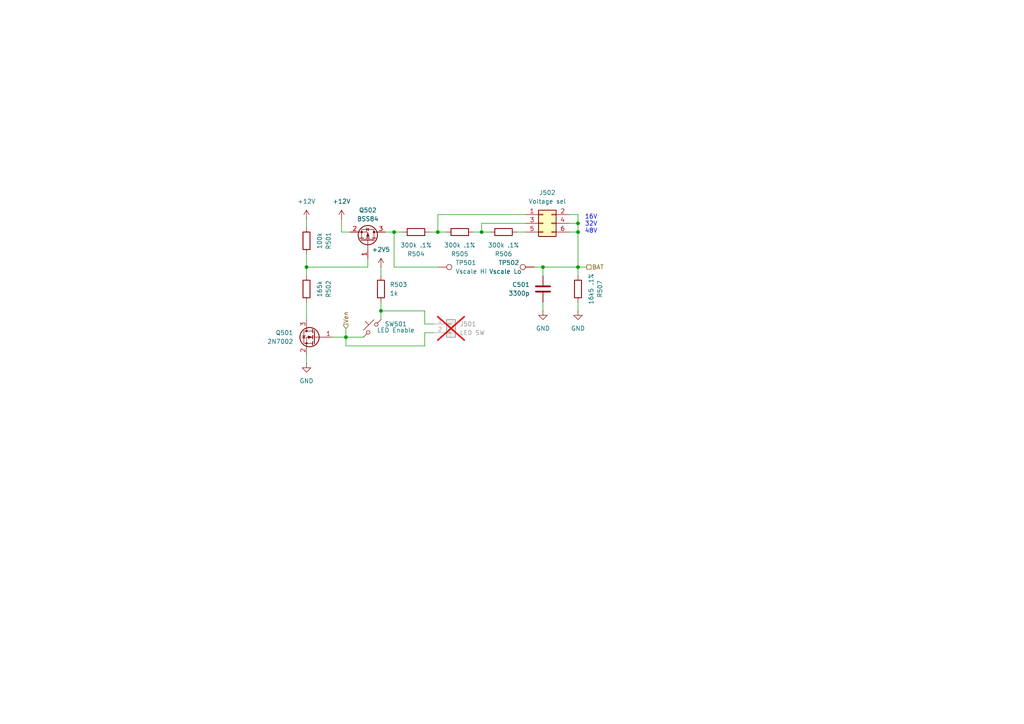
<source format=kicad_sch>
(kicad_sch (version 20250114) (generator "eeschema") (generator_version "9.0")
  (paper "A4")
  (title_block (title "Akkupack NG") (date "2025-05-28") (rev "0.2") (company "Eurovibes Benedikt Spranger") (comment 1 "SPDX-License-Identifier: CERN-OHL-S-2.0") (comment 2 "https://ohwr.org/cern_ohl_s_v2.txt") (comment 3 "To view a copy of this license, visit") (comment 4 "This work is licensed under the CERN-OHL-S v2"))
  (lib_symbols
    (symbol "Connector:TestPoint" (pin_numbers (hide yes)) (pin_names (offset 0.762) (hide yes))
      (property "Reference" "TP" (at 0 6.858 0))
      (property "Value" "TestPoint" (at 0 5.08 0))
      (symbol "TestPoint_0_1"
        (circle (center 0 3.302) (radius 0.762))
      )
      (symbol "TestPoint_1_1"
        (pin passive line (at 0 0 90) (length 2.54) (name "1") (number "1"))
      )
    )
    (symbol "Connector_Generic:Conn_01x02" (pin_names (offset 1.016) (hide yes))
      (property "Reference" "J" (at 0 2.54 0))
      (property "Value" "Conn_01x02" (at 0 -5.08 0))
      (symbol "Conn_01x02_1_1"
        (rectangle (start -1.27 1.27) (end 1.27 -3.81) (stroke (width 0.254)) (fill (type background)))
        (rectangle (start -1.27 0.127) (end 0 -0.127) (stroke (width 0.1524)))
        (rectangle (start -1.27 -2.413) (end 0 -2.667) (stroke (width 0.1524)))
        (pin passive line (at -5.08 0 0) (length 3.81) (name "Pin_1") (number "1"))
        (pin passive line (at -5.08 -2.54 0) (length 3.81) (name "Pin_2") (number "2"))
      )
    )
    (symbol "Connector_Generic:Conn_02x03_Odd_Even" (pin_names (offset 1.016) (hide yes))
      (property "Reference" "J" (at 1.27 5.08 0))
      (property "Value" "Conn_02x03_Odd_Even" (at 1.27 -5.08 0))
      (symbol "Conn_02x03_Odd_Even_1_1"
        (rectangle (start -1.27 3.81) (end 3.81 -3.81) (stroke (width 0.254)) (fill (type background)))
        (rectangle (start -1.27 2.667) (end 0 2.413) (stroke (width 0.1524)))
        (rectangle (start -1.27 0.127) (end 0 -0.127) (stroke (width 0.1524)))
        (rectangle (start -1.27 -2.413) (end 0 -2.667) (stroke (width 0.1524)))
        (rectangle (start 3.81 2.667) (end 2.54 2.413) (stroke (width 0.1524)))
        (rectangle (start 3.81 0.127) (end 2.54 -0.127) (stroke (width 0.1524)))
        (rectangle (start 3.81 -2.413) (end 2.54 -2.667) (stroke (width 0.1524)))
        (pin passive line (at -5.08 2.54 0) (length 3.81) (name "Pin_1") (number "1"))
        (pin passive line (at -5.08 0 0) (length 3.81) (name "Pin_3") (number "3"))
        (pin passive line (at -5.08 -2.54 0) (length 3.81) (name "Pin_5") (number "5"))
        (pin passive line (at 7.62 2.54 180) (length 3.81) (name "Pin_2") (number "2"))
        (pin passive line (at 7.62 0 180) (length 3.81) (name "Pin_4") (number "4"))
        (pin passive line (at 7.62 -2.54 180) (length 3.81) (name "Pin_6") (number "6"))
      )
    )
    (symbol "Device:C" (pin_numbers (hide yes)) (pin_names (offset 0.254))
      (property "Reference" "C" (at 0.635 2.54 0))
      (property "Value" "C" (at 0.635 -2.54 0))
      (symbol "C_0_1"
        (polyline (pts (xy -2.032 0.762) (xy 2.032 0.762)) (stroke (width 0.508)))
        (polyline (pts (xy -2.032 -0.762) (xy 2.032 -0.762)) (stroke (width 0.508)))
      )
      (symbol "C_1_1"
        (pin passive line (at 0 3.81 270) (length 2.794) (name "~") (number "1"))
        (pin passive line (at 0 -3.81 90) (length 2.794) (name "~") (number "2"))
      )
    )
    (symbol "Device:R" (pin_numbers (hide yes)) (pin_names (offset 0))
      (property "Reference" "R" (at 2.032 0 90))
      (property "Value" "R" (at 0 0 90))
      (symbol "R_0_1"
        (rectangle (start -1.016 -2.54) (end 1.016 2.54) (stroke (width 0.254)))
      )
      (symbol "R_1_1"
        (pin passive line (at 0 3.81 270) (length 1.27) (name "~") (number "1"))
        (pin passive line (at 0 -3.81 90) (length 1.27) (name "~") (number "2"))
      )
    )
    (symbol "Switch:SW_Push_45deg" (pin_numbers (hide yes)) (pin_names (offset 1.016) (hide yes))
      (property "Reference" "SW" (at 3.048 1.016 0))
      (property "Value" "SW_Push_45deg" (at 0 -3.81 0))
      (symbol "SW_Push_45deg_0_1"
        (polyline (pts (xy -2.54 2.54) (xy -1.524 1.524) (xy -1.524 1.524)))
        (circle (center -1.1684 1.1684) (radius 0.508))
        (polyline (pts (xy -0.508 2.54) (xy 2.54 -0.508)))
        (polyline (pts (xy 1.016 1.016) (xy 2.032 2.032)))
        (circle (center 1.143 -1.1938) (radius 0.508))
        (polyline (pts (xy 1.524 -1.524) (xy 2.54 -2.54) (xy 2.54 -2.54) (xy 2.54 -2.54)))
        (pin passive line (at -2.54 2.54 0) (length 0) (name "1") (number "1"))
        (pin passive line (at 2.54 -2.54 180) (length 0) (name "2") (number "2"))
      )
    )
    (symbol "Transistor_FET:2N7002" (pin_names (hide yes))
      (property "Reference" "Q" (at 5.08 1.905 0))
      (property "Value" "2N7002" (at 5.08 0 0))
      (symbol "2N7002_0_1"
        (polyline (pts (xy 0.254 1.905) (xy 0.254 -1.905)) (stroke (width 0.254)))
        (polyline (pts (xy 0.254 0) (xy -2.54 0)))
        (polyline (pts (xy 0.762 2.286) (xy 0.762 1.27)) (stroke (width 0.254)))
        (polyline (pts (xy 0.762 0.508) (xy 0.762 -0.508)) (stroke (width 0.254)))
        (polyline (pts (xy 0.762 -1.27) (xy 0.762 -2.286)) (stroke (width 0.254)))
        (polyline (pts (xy 0.762 -1.778) (xy 3.302 -1.778) (xy 3.302 1.778) (xy 0.762 1.778)))
        (polyline (pts (xy 1.016 0) (xy 2.032 0.381) (xy 2.032 -0.381) (xy 1.016 0)) (fill (type outline)))
        (circle (center 1.651 0) (radius 2.794) (stroke (width 0.254)))
        (polyline (pts (xy 2.54 2.54) (xy 2.54 1.778)))
        (circle (center 2.54 1.778) (radius 0.254) (fill (type outline)))
        (circle (center 2.54 -1.778) (radius 0.254) (fill (type outline)))
        (polyline (pts (xy 2.54 -2.54) (xy 2.54 0) (xy 0.762 0)))
        (polyline (pts (xy 2.794 0.508) (xy 2.921 0.381) (xy 3.683 0.381) (xy 3.81 0.254)))
        (polyline (pts (xy 3.302 0.381) (xy 2.921 -0.254) (xy 3.683 -0.254) (xy 3.302 0.381)))
      )
      (symbol "2N7002_1_1"
        (pin input line (at -5.08 0 0) (length 2.54) (name "G") (number "1"))
        (pin passive line (at 2.54 5.08 270) (length 2.54) (name "D") (number "3"))
        (pin passive line (at 2.54 -5.08 90) (length 2.54) (name "S") (number "2"))
      )
    )
    (symbol "Transistor_FET:BSS84" (pin_names (hide yes))
      (property "Reference" "Q" (at 5.08 1.905 0))
      (property "Value" "BSS84" (at 5.08 0 0))
      (symbol "BSS84_0_1"
        (polyline (pts (xy 0.254 1.905) (xy 0.254 -1.905)) (stroke (width 0.254)))
        (polyline (pts (xy 0.254 0) (xy -2.54 0)))
        (polyline (pts (xy 0.762 2.286) (xy 0.762 1.27)) (stroke (width 0.254)))
        (polyline (pts (xy 0.762 1.778) (xy 3.302 1.778) (xy 3.302 -1.778) (xy 0.762 -1.778)))
        (polyline (pts (xy 0.762 0.508) (xy 0.762 -0.508)) (stroke (width 0.254)))
        (polyline (pts (xy 0.762 -1.27) (xy 0.762 -2.286)) (stroke (width 0.254)))
        (circle (center 1.651 0) (radius 2.794) (stroke (width 0.254)))
        (polyline (pts (xy 2.286 0) (xy 1.27 0.381) (xy 1.27 -0.381) (xy 2.286 0)) (fill (type outline)))
        (polyline (pts (xy 2.54 2.54) (xy 2.54 1.778)))
        (circle (center 2.54 1.778) (radius 0.254) (fill (type outline)))
        (circle (center 2.54 -1.778) (radius 0.254) (fill (type outline)))
        (polyline (pts (xy 2.54 -2.54) (xy 2.54 0) (xy 0.762 0)))
        (polyline (pts (xy 2.794 -0.508) (xy 2.921 -0.381) (xy 3.683 -0.381) (xy 3.81 -0.254)))
        (polyline (pts (xy 3.302 -0.381) (xy 2.921 0.254) (xy 3.683 0.254) (xy 3.302 -0.381)))
      )
      (symbol "BSS84_1_1"
        (pin input line (at -5.08 0 0) (length 2.54) (name "G") (number "1"))
        (pin passive line (at 2.54 5.08 270) (length 2.54) (name "D") (number "3"))
        (pin passive line (at 2.54 -5.08 90) (length 2.54) (name "S") (number "2"))
      )
    )
    (symbol "power:+12V" (power) (pin_numbers (hide yes)) (pin_names (offset 0) (hide yes))
      (property "Value" "+12V" (at 0 3.556 0))
      (symbol "+12V_0_1"
        (polyline (pts (xy -0.762 1.27) (xy 0 2.54)))
        (polyline (pts (xy 0 2.54) (xy 0.762 1.27)))
        (polyline (pts (xy 0 0) (xy 0 2.54)))
      )
      (symbol "+12V_1_1"
        (pin power_in line (at 0 0 90) (length 0) (name "~") (number "1"))
      )
    )
    (symbol "power:+2V5" (power) (pin_numbers (hide yes)) (pin_names (offset 0) (hide yes))
      (property "Value" "+2V5" (at 0 3.556 0))
      (symbol "+2V5_0_1"
        (polyline (pts (xy -0.762 1.27) (xy 0 2.54)))
        (polyline (pts (xy 0 2.54) (xy 0.762 1.27)))
        (polyline (pts (xy 0 0) (xy 0 2.54)))
      )
      (symbol "+2V5_1_1"
        (pin power_in line (at 0 0 90) (length 0) (name "~") (number "1"))
      )
    )
    (symbol "power:GND" (power) (pin_numbers (hide yes)) (pin_names (offset 0) (hide yes))
      (property "Value" "GND" (at 0 -3.81 0))
      (symbol "GND_0_1"
        (polyline (pts (xy 0 0) (xy 0 -1.27) (xy 1.27 -1.27) (xy 0 -2.54) (xy -1.27 -1.27) (xy 0 -1.27)))
      )
      (symbol "GND_1_1"
        (pin power_in line (at 0 0 270) (length 0) (name "~") (number "1"))
      )
    )
  )
  (text "16V\n32V\n48V" (at 171.45 65.024 0) (effects (font (size 1.27 1.27))))
  (junction (at 127 67.31))
  (junction (at 114.3 67.31))
  (junction (at 157.48 77.47))
  (junction (at 167.64 67.31))
  (junction (at 167.64 77.47))
  (junction (at 110.49 90.17))
  (junction (at 167.64 64.77))
  (junction (at 139.7 67.31))
  (junction (at 88.9 77.47))
  (junction (at 100.33 97.79))
  (wire (pts (xy 165.1 64.77) (xy 167.64 64.77)))
  (wire (pts (xy 137.16 67.31) (xy 139.7 67.31)))
  (wire (pts (xy 167.64 62.23) (xy 167.64 64.77)))
  (wire (pts (xy 167.64 87.63) (xy 167.64 90.17)))
  (wire (pts (xy 157.48 80.01) (xy 157.48 77.47)))
  (wire (pts (xy 123.19 96.52) (xy 125.73 96.52)))
  (wire (pts (xy 88.9 87.63) (xy 88.9 92.71)))
  (wire (pts (xy 152.4 64.77) (xy 139.7 64.77)))
  (wire (pts (xy 127 77.47) (xy 114.3 77.47)))
  (wire (pts (xy 167.64 67.31) (xy 167.64 77.47)))
  (wire (pts (xy 100.33 97.79) (xy 105.41 97.79)))
  (wire (pts (xy 165.1 62.23) (xy 167.64 62.23)))
  (wire (pts (xy 110.49 90.17) (xy 110.49 92.71)))
  (wire (pts (xy 124.46 67.31) (xy 127 67.31)))
  (wire (pts (xy 157.48 77.47) (xy 167.64 77.47)))
  (wire (pts (xy 110.49 77.47) (xy 110.49 80.01)))
  (wire (pts (xy 88.9 63.5) (xy 88.9 66.04)))
  (wire (pts (xy 149.86 67.31) (xy 152.4 67.31)))
  (wire (pts (xy 152.4 62.23) (xy 127 62.23)))
  (wire (pts (xy 96.52 97.79) (xy 100.33 97.79)))
  (wire (pts (xy 167.64 64.77) (xy 167.64 67.31)))
  (wire (pts (xy 127 62.23) (xy 127 67.31)))
  (wire (pts (xy 154.94 77.47) (xy 157.48 77.47)))
  (wire (pts (xy 110.49 87.63) (xy 110.49 90.17)))
  (wire (pts (xy 111.76 67.31) (xy 114.3 67.31)))
  (wire (pts (xy 139.7 64.77) (xy 139.7 67.31)))
  (wire (pts (xy 106.68 77.47) (xy 88.9 77.47)))
  (wire (pts (xy 167.64 77.47) (xy 170.18 77.47)))
  (wire (pts (xy 125.73 93.98) (xy 123.19 93.98)))
  (wire (pts (xy 114.3 77.47) (xy 114.3 67.31)))
  (wire (pts (xy 157.48 87.63) (xy 157.48 90.17)))
  (wire (pts (xy 123.19 93.98) (xy 123.19 90.17)))
  (wire (pts (xy 99.06 67.31) (xy 99.06 63.5)))
  (wire (pts (xy 123.19 100.33) (xy 100.33 100.33)))
  (wire (pts (xy 88.9 102.87) (xy 88.9 105.41)))
  (wire (pts (xy 165.1 67.31) (xy 167.64 67.31)))
  (wire (pts (xy 101.6 67.31) (xy 99.06 67.31)))
  (wire (pts (xy 100.33 100.33) (xy 100.33 97.79)))
  (wire (pts (xy 88.9 77.47) (xy 88.9 80.01)))
  (wire (pts (xy 110.49 90.17) (xy 123.19 90.17)))
  (wire (pts (xy 100.33 97.79) (xy 100.33 95.25)))
  (wire (pts (xy 123.19 100.33) (xy 123.19 96.52)))
  (wire (pts (xy 139.7 67.31) (xy 142.24 67.31)))
  (wire (pts (xy 127 67.31) (xy 129.54 67.31)))
  (wire (pts (xy 114.3 67.31) (xy 116.84 67.31)))
  (wire (pts (xy 106.68 74.93) (xy 106.68 77.47)))
  (wire (pts (xy 167.64 77.47) (xy 167.64 80.01)))
  (wire (pts (xy 88.9 73.66) (xy 88.9 77.47)))
  (hierarchical_label "Ven" (shape input) (at 100.33 95.25 90))
  (hierarchical_label "BAT" (shape passive) (at 170.18 77.47 0))
  (symbol (lib_id "power:+12V") (at 99.06 63.5 0) (unit 1)
    (property "Reference" "#PWR0503" (effects (hide yes)))
    (property "Value" "+12V" (at 99.06 58.42 0))
    (property "Description" "Power symbol creates a global label with name \"+12V\"" (effects (hide yes)))
  )
  (symbol (lib_id "Connector_Generic:Conn_01x02") (at 130.81 93.98 0) (unit 1) (dnp yes)
    (property "Reference" "J501" (at 133.35 93.9799 0) (effects (justify left)))
    (property "Value" "LED SW" (at 133.35 96.5199 0) (effects (justify left)))
    (property "Footprint" "Connector_JST:JST_XH_B2B-XH-A_1x02_P2.50mm_Vertical" (effects (hide yes)))
    (property "Description" "Generic connector, single row, 01x02, script generated (kicad-library-utils/schlib/autogen/connector/)" (effects (hide yes)))
    (property "assemble" "n" (effects (hide yes)))
    (property "Long Description" "CONN HEADER VERT 2POS 2.5MM" (effects (hide yes)))
    (property "MF" "JST Sales America Inc." (effects (hide yes)))
    (property "MP" "B2B-XH-A" (effects (hide yes)))
    (property "Source" "Digikey" (effects (hide yes)))
    (property "SupplLink" "https://www.digikey.de/de/products/detail/jst-sales-america-inc/B2B-XH-A/1651045" (effects (hide yes)))
    (property "digikey#" "455-B2B-XH-A-ND" (effects (hide yes)))
  )
  (symbol (lib_id "Connector:TestPoint") (at 154.94 77.47 90) (unit 1)
    (property "Reference" "TP502" (at 147.574 76.2 90))
    (property "Value" "Vscale Lo" (at 146.558 78.74 90))
    (property "Footprint" "TestPoint:TestPoint_Pad_1.5x1.5mm" (effects (hide yes)))
    (property "Description" "test point" (effects (hide yes)))
    (property "MF" "N/A" (effects (hide yes)))
    (property "MP" "N/A" (effects (hide yes)))
    (property "Source" "--" (effects (hide yes)))
    (property "assemble" "n" (effects (hide yes)))
  )
  (symbol (lib_id "Transistor_FET:BSS84") (at 106.68 69.85 270) (mirror x) (unit 1)
    (property "Reference" "Q502" (at 106.68 60.96 90))
    (property "Value" "BSS84" (at 106.68 63.5 90))
    (property "Footprint" "Package_TO_SOT_SMD:SOT-23" (effects (hide yes)))
    (property "Datasheet" "http://assets.nexperia.com/documents/data-sheet/BSS84.pdf" (effects (hide yes)))
    (property "Description" "-0.13A Id, -50V Vds, P-Channel MOSFET, SOT-23" (effects (hide yes)))
    (property "Source" "JLCPCB" (effects (hide yes)))
    (property "assemble" "y" (effects (hide yes)))
    (property "lcsc#" "C427395" (effects (hide yes)))
    (property "Long Description" "50V 130mA 8Ω@10V 225mW 1.6V@250uA 1PCSPChannel SOT-23 MOSFETs ROHS" (effects (hide yes)))
    (property "SupplLink" "https://jlcpcb.com/partdetail/mdd_microdiode_electronics-BSS84/C427395" (effects (hide yes)))
    (property "MF" "MDD(Microdiode Electronics)" (effects (hide yes)))
    (property "MP" "BSS84" (effects (hide yes)))
  )
  (symbol (lib_id "Device:R") (at 120.65 67.31 90) (mirror x) (unit 1)
    (property "Reference" "R504" (at 120.65 73.66 90))
    (property "Value" "300k .1%" (at 120.65 71.12 90))
    (property "Footprint" "Resistor_SMD:R_0603_1608Metric" (effects (hide yes)))
    (property "Description" "Resistor" (effects (hide yes)))
    (property "Source" "JLCPCB" (effects (hide yes)))
    (property "assemble" "y" (effects (hide yes)))
    (property "lcsc#" "C335091" (effects (hide yes)))
    (property "Long Description" "100mW Thin Film Resistor 75V ±25ppm/℃ ±0.1% 300kΩ 0603 Chip Resistor - Surface Mount ROHS" (effects (hide yes)))
    (property "SupplLink" "https://jlcpcb.com/partdetail/VikingTech-ARG03BTC3003/C335091" (effects (hide yes)))
    (property "MF" "Viking Tech" (effects (hide yes)))
    (property "MP" "ARG03BTC3003" (effects (hide yes)))
  )
  (symbol (lib_id "Connector_Generic:Conn_02x03_Odd_Even") (at 157.48 64.77 0) (unit 1)
    (property "Reference" "J502" (at 158.75 55.88 0))
    (property "Value" "Voltage sel" (at 158.75 58.42 0))
    (property "Footprint" "Connector_PinHeader_2.54mm:PinHeader_2x03_P2.54mm_Vertical" (effects (hide yes)))
    (property "Description" "Generic connector, double row, 02x03, odd/even pin numbering scheme (row 1 odd numbers, row 2 even numbers), script generated (kicad-library-utils/schlib/autogen/connector/)" (effects (hide yes)))
    (property "Long Description" "CONN HEADER VERT 6POS 2.54MM" (effects (hide yes)))
    (property "MF" "CONFLY" (effects (hide yes)))
    (property "MP" "DS1021-2*3SF11-B" (effects (hide yes)))
    (property "Source" "TME" (effects (hide yes)))
    (property "SupplLink" "https://www.tme.eu/de/details/zl202-6g/stiftleisten-und-buchsen/connfly/ds1021-2-3sf11-b/" (effects (hide yes)))
    (property "assemble" "n" (effects (hide yes)))
    (property "tme#" "ZL202-6G" (effects (hide yes)))
  )
  (symbol (lib_id "Device:R") (at 146.05 67.31 90) (mirror x) (unit 1)
    (property "Reference" "R506" (at 146.05 73.66 90))
    (property "Value" "300k .1%" (at 146.05 71.12 90))
    (property "Footprint" "Resistor_SMD:R_0603_1608Metric" (effects (hide yes)))
    (property "Description" "Resistor" (effects (hide yes)))
    (property "Source" "JLCPCB" (effects (hide yes)))
    (property "assemble" "y" (effects (hide yes)))
    (property "lcsc#" "C335091" (effects (hide yes)))
    (property "Long Description" "100mW Thin Film Resistor 75V ±25ppm/℃ ±0.1% 300kΩ 0603 Chip Resistor - Surface Mount ROHS" (effects (hide yes)))
    (property "SupplLink" "https://jlcpcb.com/partdetail/VikingTech-ARG03BTC3003/C335091" (effects (hide yes)))
    (property "MF" "Viking Tech" (effects (hide yes)))
    (property "MP" "ARG03BTC3003" (effects (hide yes)))
  )
  (symbol (lib_id "power:+12V") (at 88.9 63.5 0) (unit 1)
    (property "Reference" "#PWR0501" (effects (hide yes)))
    (property "Value" "+12V" (at 88.9 58.42 0))
    (property "Description" "Power symbol creates a global label with name \"+12V\"" (effects (hide yes)))
  )
  (symbol (lib_id "Connector:TestPoint") (at 127 77.47 270) (unit 1)
    (property "Reference" "TP501" (at 132.08 76.1999 90) (effects (justify left)))
    (property "Value" "Vscale Hi" (at 132.08 78.7399 90) (effects (justify left)))
    (property "Footprint" "TestPoint:TestPoint_Pad_1.5x1.5mm" (effects (hide yes)))
    (property "Description" "test point" (effects (hide yes)))
    (property "MF" "N/A" (effects (hide yes)))
    (property "MP" "N/A" (effects (hide yes)))
    (property "Source" "--" (effects (hide yes)))
    (property "assemble" "n" (effects (hide yes)))
  )
  (symbol (lib_id "power:GND") (at 157.48 90.17 0) (unit 1)
    (property "Reference" "#PWR0505" (effects (hide yes)))
    (property "Value" "GND" (at 157.48 95.25 0))
    (property "Description" "Power symbol creates a global label with name \"GND\" , ground" (effects (hide yes)))
  )
  (symbol (lib_id "Transistor_FET:2N7002") (at 91.44 97.79 0) (mirror y) (unit 1)
    (property "Reference" "Q501" (at 85.09 96.5199 0) (effects (justify left)))
    (property "Value" "2N7002" (at 85.09 99.0599 0) (effects (justify left)))
    (property "Footprint" "Package_TO_SOT_SMD:SOT-23" (effects (hide yes)))
    (property "Datasheet" "https://www.onsemi.com/pub/Collateral/NDS7002A-D.PDF" (effects (hide yes)))
    (property "Description" "0.115A Id, 60V Vds, N-Channel MOSFET, SOT-23" (effects (hide yes)))
    (property "Source" "JLCPCB" (effects (hide yes)))
    (property "assemble" "y" (effects (hide yes)))
    (property "lcsc#" "C8545" (effects (hide yes)))
    (property "Long Description" "60V 115mA 200mW 7.5Ω@10V,500mA 2.5V@250uA 1PCSNChannel SOT-23 MOSFETs ROHS" (effects (hide yes)))
    (property "SupplLink" "https://jlcpcb.com/partdetail/9040-2N7002/C8545" (effects (hide yes)))
    (property "MF" "Jiangsu Changjing Electronics Technology Co., Ltd." (effects (hide yes)))
    (property "MP" "2N7002" (effects (hide yes)))
  )
  (symbol (lib_id "Switch:SW_Push_45deg") (at 107.95 95.25 90) (unit 1)
    (property "Reference" "SW501" (at 114.808 93.98 90))
    (property "Value" "LED Enable" (at 114.808 95.758 90))
    (property "Footprint" "footprint:Push_SW_5x5" (effects (hide yes)))
    (property "Description" "Push button switch, normally open, two pins, 45° tilted" (effects (hide yes)))
    (property "Source" "JLCPCB" (effects (hide yes)))
    (property "assemble" "y" (effects (hide yes)))
    (property "lcsc#" "C318884" (effects (hide yes)))
    (property "Long Description" "No Without 50mA 5.1mm 100,000 Times 160gf 12V 5.1mm 1.5mm Round Button Brick nogging SPST SMD Tactile Switches ROHS" (effects (hide yes)))
    (property "SupplLink" "https://jlcpcb.com/partdetail/XkbConnection-TS_1187A_B_AB/C318884" (effects (hide yes)))
    (property "MF" "XKB Connection" (effects (hide yes)))
    (property "MP" "TS-1187A-B-A-B" (effects (hide yes)))
  )
  (symbol (lib_id "power:GND") (at 167.64 90.17 0) (unit 1)
    (property "Reference" "#PWR0506" (effects (hide yes)))
    (property "Value" "GND" (at 167.64 95.25 0))
    (property "Description" "Power symbol creates a global label with name \"GND\" , ground" (effects (hide yes)))
  )
  (symbol (lib_id "Device:C") (at 157.48 83.82 0) (mirror y) (unit 1)
    (property "Reference" "C501" (at 153.67 82.5499 0) (effects (justify left)))
    (property "Value" "3300p" (at 153.67 85.0899 0) (effects (justify left)))
    (property "Footprint" "Capacitor_SMD:C_1206_3216Metric" (effects (hide yes)))
    (property "Description" "Unpolarized capacitor" (effects (hide yes)))
    (property "Source" "JLCPCB" (effects (hide yes)))
    (property "assemble" "y" (effects (hide yes)))
    (property "lcsc#" "C76663" (effects (hide yes)))
    (property "Long Description" "25V 3.3uF X7R ±10% 1206 Multilayer Ceramic Capacitors MLCC - SMD/SMT ROHS" (effects (hide yes)))
    (property "SupplLink" "https://jlcpcb.com/partdetail/Tdk-C3216X7R1E335KT000N/C76663" (effects (hide yes)))
    (property "MF" "TDK" (effects (hide yes)))
    (property "MP" "C3216X7R1E335KT000N" (effects (hide yes)))
  )
  (symbol (lib_id "power:GND") (at 88.9 105.41 0) (unit 1)
    (property "Reference" "#PWR0502" (effects (hide yes)))
    (property "Value" "GND" (at 88.9 110.49 0))
    (property "Description" "Power symbol creates a global label with name \"GND\" , ground" (effects (hide yes)))
  )
  (symbol (lib_id "Device:R") (at 167.64 83.82 0) (mirror x) (unit 1)
    (property "Reference" "R507" (at 173.99 83.82 90))
    (property "Value" "16k5 .1%" (at 171.45 83.82 90))
    (property "Footprint" "Resistor_SMD:R_0603_1608Metric" (effects (hide yes)))
    (property "Description" "Resistor" (effects (hide yes)))
    (property "Source" "JLCPCB" (effects (hide yes)))
    (property "assemble" "y" (effects (hide yes)))
    (property "lcsc#" "C861693" (effects (hide yes)))
    (property "Long Description" "100mW Thin Film Resistor ±50ppm/℃ ±0.1% 16.5kΩ 0603 Chip Resistor - Surface Mount ROHS" (effects (hide yes)))
    (property "SupplLink" "https://jlcpcb.com/partdetail/Yageo-RT0603BRE0716K5L/C861693" (effects (hide yes)))
    (property "MF" "YAGEO" (effects (hide yes)))
    (property "MP" "RT0603BRE0716K5L" (effects (hide yes)))
  )
  (symbol (lib_id "Device:R") (at 133.35 67.31 90) (mirror x) (unit 1)
    (property "Reference" "R505" (at 133.35 73.66 90))
    (property "Value" "300k .1%" (at 133.35 71.12 90))
    (property "Footprint" "Resistor_SMD:R_0603_1608Metric" (effects (hide yes)))
    (property "Description" "Resistor" (effects (hide yes)))
    (property "Source" "JLCPCB" (effects (hide yes)))
    (property "assemble" "y" (effects (hide yes)))
    (property "lcsc#" "C335091" (effects (hide yes)))
    (property "Long Description" "100mW Thin Film Resistor 75V ±25ppm/℃ ±0.1% 300kΩ 0603 Chip Resistor - Surface Mount ROHS" (effects (hide yes)))
    (property "SupplLink" "https://jlcpcb.com/partdetail/VikingTech-ARG03BTC3003/C335091" (effects (hide yes)))
    (property "MF" "Viking Tech" (effects (hide yes)))
    (property "MP" "ARG03BTC3003" (effects (hide yes)))
  )
  (symbol (lib_id "Device:R") (at 110.49 83.82 0) (unit 1)
    (property "Reference" "R503" (at 113.03 82.5499 0) (effects (justify left)))
    (property "Value" "1k" (at 113.03 85.0899 0) (effects (justify left)))
    (property "Footprint" "Resistor_SMD:R_0402_1005Metric" (effects (hide yes)))
    (property "Description" "Resistor" (effects (hide yes)))
    (property "Source" "JLCPCB" (effects (hide yes)))
    (property "assemble" "y" (effects (hide yes)))
    (property "lcsc#" "C11702" (effects (hide yes)))
    (property "Long Description" "62.5mW Thick Film Resistors 50V ±100ppm/℃ ±1% 1kΩ 0402 Chip Resistor - Surface Mount ROHS" (effects (hide yes)))
    (property "SupplLink" "https://jlcpcb.com/partdetail/12256-0402WGF1001TCE/C11702" (effects (hide yes)))
    (property "MF" "UNI-ROYAL(Uniroyal Elec)" (effects (hide yes)))
    (property "MP" "0402WGF1001TCE" (effects (hide yes)))
  )
  (symbol (lib_id "power:+2V5") (at 110.49 77.47 0) (unit 1)
    (property "Reference" "#PWR0504" (effects (hide yes)))
    (property "Value" "+2V5" (at 110.49 72.39 0))
    (property "Description" "Power symbol creates a global label with name \"+2V5\"" (effects (hide yes)))
  )
  (symbol (lib_id "Device:R") (at 88.9 83.82 0) (mirror x) (unit 1)
    (property "Reference" "R502" (at 95.25 83.82 90))
    (property "Value" "165k" (at 92.71 83.82 90))
    (property "Footprint" "Resistor_SMD:R_0402_1005Metric" (effects (hide yes)))
    (property "Description" "Resistor" (effects (hide yes)))
    (property "Source" "JLCPCB" (effects (hide yes)))
    (property "assemble" "y" (effects (hide yes)))
    (property "lcsc#" "C327368" (effects (hide yes)))
    (property "Long Description" "62.5mW Thick Film Resistors 50V ±1% ±200ppm/℃ 165kΩ 0402 Chip Resistor - Surface Mount ROHS" (effects (hide yes)))
    (property "SupplLink" "https://jlcpcb.com/partdetail/Yageo-RC0402FR07165KL/C327368" (effects (hide yes)))
    (property "MF" " YAGEO" (effects (hide yes)))
    (property "MP" " RC0402FR-07165KL" (effects (hide yes)))
  )
  (symbol (lib_id "Device:R") (at 88.9 69.85 0) (mirror x) (unit 1)
    (property "Reference" "R501" (at 95.25 69.85 90))
    (property "Value" "100k" (at 92.71 69.85 90))
    (property "Footprint" "Resistor_SMD:R_0402_1005Metric" (effects (hide yes)))
    (property "Description" "Resistor" (effects (hide yes)))
    (property "Source" "JLCPCB" (effects (hide yes)))
    (property "assemble" "y" (effects (hide yes)))
    (property "lcsc#" "C25741" (effects (hide yes)))
    (property "Long Description" "62.5mW Thick Film Resistors 50V ±100ppm/℃ ±1% 100kΩ 0402 Chip Resistor - Surface Mount ROHS" (effects (hide yes)))
    (property "MF" "UNI-ROYAL(Uniroyal Elec)" (effects (hide yes)))
    (property "MP" "0402WGF1003TCE" (effects (hide yes)))
    (property "SupplLink" "https://jlcpcb.com/partdetail/26484-0402WGF1003TCE/C25741" (effects (hide yes)))
  )
)
</source>
